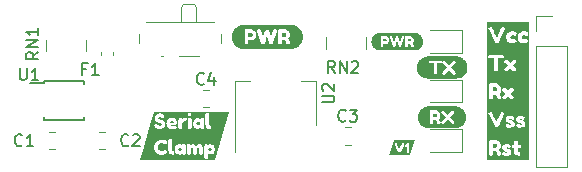
<source format=gbr>
%TF.GenerationSoftware,KiCad,Pcbnew,7.0.8*%
%TF.CreationDate,2024-02-13T10:47:56-06:00*%
%TF.ProjectId,SerialClamp,53657269-616c-4436-9c61-6d702e6b6963,rev?*%
%TF.SameCoordinates,Original*%
%TF.FileFunction,Legend,Top*%
%TF.FilePolarity,Positive*%
%FSLAX46Y46*%
G04 Gerber Fmt 4.6, Leading zero omitted, Abs format (unit mm)*
G04 Created by KiCad (PCBNEW 7.0.8) date 2024-02-13 10:47:56*
%MOMM*%
%LPD*%
G01*
G04 APERTURE LIST*
%ADD10C,0.150000*%
%ADD11C,0.120000*%
G04 APERTURE END LIST*
D10*
X153654819Y-96961904D02*
X154464342Y-96961904D01*
X154464342Y-96961904D02*
X154559580Y-96914285D01*
X154559580Y-96914285D02*
X154607200Y-96866666D01*
X154607200Y-96866666D02*
X154654819Y-96771428D01*
X154654819Y-96771428D02*
X154654819Y-96580952D01*
X154654819Y-96580952D02*
X154607200Y-96485714D01*
X154607200Y-96485714D02*
X154559580Y-96438095D01*
X154559580Y-96438095D02*
X154464342Y-96390476D01*
X154464342Y-96390476D02*
X153654819Y-96390476D01*
X153750057Y-95961904D02*
X153702438Y-95914285D01*
X153702438Y-95914285D02*
X153654819Y-95819047D01*
X153654819Y-95819047D02*
X153654819Y-95580952D01*
X153654819Y-95580952D02*
X153702438Y-95485714D01*
X153702438Y-95485714D02*
X153750057Y-95438095D01*
X153750057Y-95438095D02*
X153845295Y-95390476D01*
X153845295Y-95390476D02*
X153940533Y-95390476D01*
X153940533Y-95390476D02*
X154083390Y-95438095D01*
X154083390Y-95438095D02*
X154654819Y-96009523D01*
X154654819Y-96009523D02*
X154654819Y-95390476D01*
X128038095Y-94054819D02*
X128038095Y-94864342D01*
X128038095Y-94864342D02*
X128085714Y-94959580D01*
X128085714Y-94959580D02*
X128133333Y-95007200D01*
X128133333Y-95007200D02*
X128228571Y-95054819D01*
X128228571Y-95054819D02*
X128419047Y-95054819D01*
X128419047Y-95054819D02*
X128514285Y-95007200D01*
X128514285Y-95007200D02*
X128561904Y-94959580D01*
X128561904Y-94959580D02*
X128609523Y-94864342D01*
X128609523Y-94864342D02*
X128609523Y-94054819D01*
X129609523Y-95054819D02*
X129038095Y-95054819D01*
X129323809Y-95054819D02*
X129323809Y-94054819D01*
X129323809Y-94054819D02*
X129228571Y-94197676D01*
X129228571Y-94197676D02*
X129133333Y-94292914D01*
X129133333Y-94292914D02*
X129038095Y-94340533D01*
X154709523Y-94454819D02*
X154376190Y-93978628D01*
X154138095Y-94454819D02*
X154138095Y-93454819D01*
X154138095Y-93454819D02*
X154519047Y-93454819D01*
X154519047Y-93454819D02*
X154614285Y-93502438D01*
X154614285Y-93502438D02*
X154661904Y-93550057D01*
X154661904Y-93550057D02*
X154709523Y-93645295D01*
X154709523Y-93645295D02*
X154709523Y-93788152D01*
X154709523Y-93788152D02*
X154661904Y-93883390D01*
X154661904Y-93883390D02*
X154614285Y-93931009D01*
X154614285Y-93931009D02*
X154519047Y-93978628D01*
X154519047Y-93978628D02*
X154138095Y-93978628D01*
X155138095Y-94454819D02*
X155138095Y-93454819D01*
X155138095Y-93454819D02*
X155709523Y-94454819D01*
X155709523Y-94454819D02*
X155709523Y-93454819D01*
X156138095Y-93550057D02*
X156185714Y-93502438D01*
X156185714Y-93502438D02*
X156280952Y-93454819D01*
X156280952Y-93454819D02*
X156519047Y-93454819D01*
X156519047Y-93454819D02*
X156614285Y-93502438D01*
X156614285Y-93502438D02*
X156661904Y-93550057D01*
X156661904Y-93550057D02*
X156709523Y-93645295D01*
X156709523Y-93645295D02*
X156709523Y-93740533D01*
X156709523Y-93740533D02*
X156661904Y-93883390D01*
X156661904Y-93883390D02*
X156090476Y-94454819D01*
X156090476Y-94454819D02*
X156709523Y-94454819D01*
X129594819Y-92690476D02*
X129118628Y-93023809D01*
X129594819Y-93261904D02*
X128594819Y-93261904D01*
X128594819Y-93261904D02*
X128594819Y-92880952D01*
X128594819Y-92880952D02*
X128642438Y-92785714D01*
X128642438Y-92785714D02*
X128690057Y-92738095D01*
X128690057Y-92738095D02*
X128785295Y-92690476D01*
X128785295Y-92690476D02*
X128928152Y-92690476D01*
X128928152Y-92690476D02*
X129023390Y-92738095D01*
X129023390Y-92738095D02*
X129071009Y-92785714D01*
X129071009Y-92785714D02*
X129118628Y-92880952D01*
X129118628Y-92880952D02*
X129118628Y-93261904D01*
X129594819Y-92261904D02*
X128594819Y-92261904D01*
X128594819Y-92261904D02*
X129594819Y-91690476D01*
X129594819Y-91690476D02*
X128594819Y-91690476D01*
X129594819Y-90690476D02*
X129594819Y-91261904D01*
X129594819Y-90976190D02*
X128594819Y-90976190D01*
X128594819Y-90976190D02*
X128737676Y-91071428D01*
X128737676Y-91071428D02*
X128832914Y-91166666D01*
X128832914Y-91166666D02*
X128880533Y-91261904D01*
X133666666Y-94131009D02*
X133333333Y-94131009D01*
X133333333Y-94654819D02*
X133333333Y-93654819D01*
X133333333Y-93654819D02*
X133809523Y-93654819D01*
X134714285Y-94654819D02*
X134142857Y-94654819D01*
X134428571Y-94654819D02*
X134428571Y-93654819D01*
X134428571Y-93654819D02*
X134333333Y-93797676D01*
X134333333Y-93797676D02*
X134238095Y-93892914D01*
X134238095Y-93892914D02*
X134142857Y-93940533D01*
X143633333Y-95359580D02*
X143585714Y-95407200D01*
X143585714Y-95407200D02*
X143442857Y-95454819D01*
X143442857Y-95454819D02*
X143347619Y-95454819D01*
X143347619Y-95454819D02*
X143204762Y-95407200D01*
X143204762Y-95407200D02*
X143109524Y-95311961D01*
X143109524Y-95311961D02*
X143061905Y-95216723D01*
X143061905Y-95216723D02*
X143014286Y-95026247D01*
X143014286Y-95026247D02*
X143014286Y-94883390D01*
X143014286Y-94883390D02*
X143061905Y-94692914D01*
X143061905Y-94692914D02*
X143109524Y-94597676D01*
X143109524Y-94597676D02*
X143204762Y-94502438D01*
X143204762Y-94502438D02*
X143347619Y-94454819D01*
X143347619Y-94454819D02*
X143442857Y-94454819D01*
X143442857Y-94454819D02*
X143585714Y-94502438D01*
X143585714Y-94502438D02*
X143633333Y-94550057D01*
X144490476Y-94788152D02*
X144490476Y-95454819D01*
X144252381Y-94407200D02*
X144014286Y-95121485D01*
X144014286Y-95121485D02*
X144633333Y-95121485D01*
X155633333Y-98479580D02*
X155585714Y-98527200D01*
X155585714Y-98527200D02*
X155442857Y-98574819D01*
X155442857Y-98574819D02*
X155347619Y-98574819D01*
X155347619Y-98574819D02*
X155204762Y-98527200D01*
X155204762Y-98527200D02*
X155109524Y-98431961D01*
X155109524Y-98431961D02*
X155061905Y-98336723D01*
X155061905Y-98336723D02*
X155014286Y-98146247D01*
X155014286Y-98146247D02*
X155014286Y-98003390D01*
X155014286Y-98003390D02*
X155061905Y-97812914D01*
X155061905Y-97812914D02*
X155109524Y-97717676D01*
X155109524Y-97717676D02*
X155204762Y-97622438D01*
X155204762Y-97622438D02*
X155347619Y-97574819D01*
X155347619Y-97574819D02*
X155442857Y-97574819D01*
X155442857Y-97574819D02*
X155585714Y-97622438D01*
X155585714Y-97622438D02*
X155633333Y-97670057D01*
X155966667Y-97574819D02*
X156585714Y-97574819D01*
X156585714Y-97574819D02*
X156252381Y-97955771D01*
X156252381Y-97955771D02*
X156395238Y-97955771D01*
X156395238Y-97955771D02*
X156490476Y-98003390D01*
X156490476Y-98003390D02*
X156538095Y-98051009D01*
X156538095Y-98051009D02*
X156585714Y-98146247D01*
X156585714Y-98146247D02*
X156585714Y-98384342D01*
X156585714Y-98384342D02*
X156538095Y-98479580D01*
X156538095Y-98479580D02*
X156490476Y-98527200D01*
X156490476Y-98527200D02*
X156395238Y-98574819D01*
X156395238Y-98574819D02*
X156109524Y-98574819D01*
X156109524Y-98574819D02*
X156014286Y-98527200D01*
X156014286Y-98527200D02*
X155966667Y-98479580D01*
X137233333Y-100559580D02*
X137185714Y-100607200D01*
X137185714Y-100607200D02*
X137042857Y-100654819D01*
X137042857Y-100654819D02*
X136947619Y-100654819D01*
X136947619Y-100654819D02*
X136804762Y-100607200D01*
X136804762Y-100607200D02*
X136709524Y-100511961D01*
X136709524Y-100511961D02*
X136661905Y-100416723D01*
X136661905Y-100416723D02*
X136614286Y-100226247D01*
X136614286Y-100226247D02*
X136614286Y-100083390D01*
X136614286Y-100083390D02*
X136661905Y-99892914D01*
X136661905Y-99892914D02*
X136709524Y-99797676D01*
X136709524Y-99797676D02*
X136804762Y-99702438D01*
X136804762Y-99702438D02*
X136947619Y-99654819D01*
X136947619Y-99654819D02*
X137042857Y-99654819D01*
X137042857Y-99654819D02*
X137185714Y-99702438D01*
X137185714Y-99702438D02*
X137233333Y-99750057D01*
X137614286Y-99750057D02*
X137661905Y-99702438D01*
X137661905Y-99702438D02*
X137757143Y-99654819D01*
X137757143Y-99654819D02*
X137995238Y-99654819D01*
X137995238Y-99654819D02*
X138090476Y-99702438D01*
X138090476Y-99702438D02*
X138138095Y-99750057D01*
X138138095Y-99750057D02*
X138185714Y-99845295D01*
X138185714Y-99845295D02*
X138185714Y-99940533D01*
X138185714Y-99940533D02*
X138138095Y-100083390D01*
X138138095Y-100083390D02*
X137566667Y-100654819D01*
X137566667Y-100654819D02*
X138185714Y-100654819D01*
X128233333Y-100559580D02*
X128185714Y-100607200D01*
X128185714Y-100607200D02*
X128042857Y-100654819D01*
X128042857Y-100654819D02*
X127947619Y-100654819D01*
X127947619Y-100654819D02*
X127804762Y-100607200D01*
X127804762Y-100607200D02*
X127709524Y-100511961D01*
X127709524Y-100511961D02*
X127661905Y-100416723D01*
X127661905Y-100416723D02*
X127614286Y-100226247D01*
X127614286Y-100226247D02*
X127614286Y-100083390D01*
X127614286Y-100083390D02*
X127661905Y-99892914D01*
X127661905Y-99892914D02*
X127709524Y-99797676D01*
X127709524Y-99797676D02*
X127804762Y-99702438D01*
X127804762Y-99702438D02*
X127947619Y-99654819D01*
X127947619Y-99654819D02*
X128042857Y-99654819D01*
X128042857Y-99654819D02*
X128185714Y-99702438D01*
X128185714Y-99702438D02*
X128233333Y-99750057D01*
X129185714Y-100654819D02*
X128614286Y-100654819D01*
X128900000Y-100654819D02*
X128900000Y-99654819D01*
X128900000Y-99654819D02*
X128804762Y-99797676D01*
X128804762Y-99797676D02*
X128709524Y-99892914D01*
X128709524Y-99892914D02*
X128614286Y-99940533D01*
%TO.C,kibuzzard-65CB9C81*%
G36*
X161076936Y-101443229D02*
G01*
X161030634Y-101443229D01*
X160931733Y-101443229D01*
X160193863Y-101443229D01*
X159769366Y-101443229D01*
X159723064Y-101443229D01*
X159337126Y-101443229D01*
X159626607Y-100478293D01*
X159769366Y-100478293D01*
X159786034Y-100531633D01*
X160092739Y-101153933D01*
X160129966Y-101193383D01*
X160182751Y-101208384D01*
X160193863Y-101208384D01*
X160245536Y-101193383D01*
X160282763Y-101153933D01*
X160528675Y-100654982D01*
X160639474Y-100654982D01*
X160674479Y-100723879D01*
X160741709Y-100762773D01*
X160819497Y-100728324D01*
X160833943Y-100714989D01*
X160833943Y-101111706D01*
X160835610Y-101152266D01*
X160846167Y-101182826D01*
X160875893Y-101204495D01*
X160931733Y-101211718D01*
X160988962Y-101204217D01*
X161018411Y-101181714D01*
X161028967Y-101152266D01*
X161030634Y-101113928D01*
X161030634Y-100494962D01*
X161025078Y-100436066D01*
X161009521Y-100412174D01*
X160980628Y-100399394D01*
X160927844Y-100393838D01*
X160865058Y-100422731D01*
X160861724Y-100424953D01*
X160679479Y-100589418D01*
X160639474Y-100654982D01*
X160528675Y-100654982D01*
X160589468Y-100531633D01*
X160606137Y-100478293D01*
X160589746Y-100441066D01*
X160540573Y-100407173D01*
X160475009Y-100388282D01*
X160426114Y-100418286D01*
X160410557Y-100451623D01*
X160188307Y-100938351D01*
X160176222Y-100912653D01*
X160148857Y-100853340D01*
X160112742Y-100774858D01*
X160074404Y-100691653D01*
X160036205Y-100608448D01*
X160000506Y-100529966D01*
X159972585Y-100468848D01*
X159957722Y-100437733D01*
X159939387Y-100408284D01*
X159920496Y-100392727D01*
X159891047Y-100388282D01*
X159834929Y-100407173D01*
X159785757Y-100441066D01*
X159769366Y-100478293D01*
X159626607Y-100478293D01*
X159723064Y-100156771D01*
X159769366Y-100156771D01*
X161030634Y-100156771D01*
X161076936Y-100156771D01*
X161462874Y-100156771D01*
X161076936Y-101443229D01*
G37*
%TO.C,kibuzzard-65CB9B2E*%
G36*
X171172583Y-101871360D02*
G01*
X171093208Y-101871360D01*
X170265575Y-101871360D01*
X169225912Y-101871360D01*
X168582526Y-101871360D01*
X167706792Y-101871360D01*
X167627417Y-101871360D01*
X167627417Y-101296565D01*
X167751335Y-101296565D01*
X167762118Y-101390018D01*
X167809743Y-101439889D01*
X167909485Y-101456513D01*
X168002040Y-101444382D01*
X168049665Y-101407989D01*
X168066738Y-101360364D01*
X168069434Y-101298362D01*
X168069434Y-101095282D01*
X168295877Y-101095282D01*
X168351589Y-101091688D01*
X168421479Y-101257227D01*
X168468206Y-101365656D01*
X168491769Y-101416975D01*
X168525016Y-101452020D01*
X168582526Y-101469093D01*
X168675080Y-101443933D01*
X168758648Y-101391815D01*
X168786504Y-101328914D01*
X168779765Y-101305551D01*
X168858391Y-101305551D01*
X168892537Y-101373843D01*
X169000667Y-101429755D01*
X169111792Y-101463302D01*
X169225912Y-101474485D01*
X169384737Y-101460557D01*
X169514358Y-101418773D01*
X169612304Y-101320827D01*
X169638587Y-101248266D01*
X169647349Y-101161777D01*
X169638587Y-101076187D01*
X169612304Y-101006322D01*
X169525141Y-100919159D01*
X169411919Y-100874230D01*
X169295103Y-100850867D01*
X169203448Y-100825257D01*
X169172896Y-100780777D01*
X169278929Y-100741239D01*
X169405629Y-100768197D01*
X169485603Y-100795155D01*
X169566476Y-100732254D01*
X169581219Y-100692716D01*
X169719235Y-100692716D01*
X169745294Y-100796952D01*
X169810891Y-100827504D01*
X169884575Y-100822112D01*
X169884575Y-101088093D01*
X169895358Y-101209302D01*
X169927707Y-101304552D01*
X169981622Y-101373843D01*
X170101134Y-101437193D01*
X170265575Y-101458310D01*
X170325780Y-101455614D01*
X170373405Y-101440339D01*
X170411146Y-101393163D01*
X170423726Y-101301956D01*
X170382391Y-101181546D01*
X170334766Y-101164473D01*
X170270068Y-101161777D01*
X170212559Y-101140211D01*
X170197283Y-101070122D01*
X170197283Y-100822112D01*
X170314099Y-100829301D01*
X170376101Y-100826605D01*
X170423726Y-100811329D01*
X170460119Y-100764153D01*
X170472250Y-100672947D01*
X170460568Y-100580842D01*
X170425523Y-100534565D01*
X170416632Y-100531378D01*
X170377898Y-100517492D01*
X170316794Y-100514796D01*
X170197283Y-100521985D01*
X170197283Y-100345862D01*
X170188297Y-100254206D01*
X170140223Y-100204335D01*
X170042726Y-100187711D01*
X169950621Y-100198943D01*
X169904344Y-100232640D01*
X169887271Y-100275773D01*
X169884575Y-100336876D01*
X169884575Y-100521985D01*
X169825269Y-100514796D01*
X169753382Y-100538159D01*
X169728221Y-100585784D01*
X169719235Y-100692716D01*
X169581219Y-100692716D01*
X169606014Y-100626221D01*
X169543113Y-100554334D01*
X169525201Y-100548162D01*
X169410122Y-100508506D01*
X169280726Y-100493230D01*
X169140331Y-100504588D01*
X169031135Y-100538663D01*
X168953138Y-100595453D01*
X168906340Y-100674960D01*
X168890740Y-100777183D01*
X168899277Y-100865918D01*
X168924886Y-100941624D01*
X169011151Y-101043164D01*
X169123024Y-101098427D01*
X169235797Y-101127631D01*
X169356207Y-101177952D01*
X169246580Y-101221084D01*
X169109995Y-101177053D01*
X168990483Y-101133023D01*
X168926684Y-101163574D01*
X168875464Y-101246693D01*
X168858391Y-101305551D01*
X168779765Y-101305551D01*
X168759547Y-101235461D01*
X168687660Y-101071469D01*
X168637339Y-100953306D01*
X168712221Y-100857856D01*
X168757151Y-100746431D01*
X168772127Y-100619032D01*
X168760445Y-100507607D01*
X168725401Y-100406966D01*
X168672384Y-100321600D01*
X168606787Y-100256004D01*
X168506346Y-100192104D01*
X168403907Y-100153765D01*
X168403165Y-100153674D01*
X168299471Y-100140985D01*
X167911283Y-100140985D01*
X167818728Y-100153116D01*
X167771103Y-100189508D01*
X167754030Y-100237133D01*
X167751335Y-100299136D01*
X167751335Y-101296565D01*
X167627417Y-101296565D01*
X167627417Y-97877548D01*
X167706792Y-97877548D01*
X167734137Y-97965051D01*
X168237276Y-98985912D01*
X168298345Y-99050627D01*
X168384936Y-99075237D01*
X168403165Y-99075237D01*
X168487933Y-99050627D01*
X168549003Y-98985912D01*
X168580449Y-98922108D01*
X169152405Y-98922108D01*
X169187041Y-98991381D01*
X169296723Y-99048095D01*
X169409443Y-99082124D01*
X169525201Y-99093467D01*
X169686306Y-99079339D01*
X169817787Y-99036955D01*
X169917139Y-98937603D01*
X169922752Y-98922108D01*
X170043835Y-98922108D01*
X170078472Y-98991381D01*
X170188153Y-99048095D01*
X170300874Y-99082124D01*
X170416632Y-99093467D01*
X170577737Y-99079339D01*
X170709218Y-99036955D01*
X170808570Y-98937603D01*
X170835231Y-98864001D01*
X170844118Y-98776271D01*
X170835231Y-98689452D01*
X170808570Y-98618584D01*
X170720156Y-98530170D01*
X170605309Y-98484596D01*
X170486816Y-98460898D01*
X170393845Y-98434920D01*
X170362854Y-98389802D01*
X170470409Y-98349697D01*
X170598929Y-98377041D01*
X170680051Y-98404386D01*
X170762084Y-98340582D01*
X170802189Y-98233027D01*
X170738386Y-98160108D01*
X170721733Y-98154370D01*
X170603486Y-98113622D01*
X170472232Y-98098127D01*
X170329822Y-98109648D01*
X170219059Y-98144212D01*
X170139942Y-98201818D01*
X170092472Y-98282466D01*
X170076649Y-98386156D01*
X170085308Y-98476165D01*
X170111285Y-98552957D01*
X170198787Y-98655955D01*
X170312267Y-98712011D01*
X170426658Y-98741634D01*
X170548797Y-98792677D01*
X170437596Y-98836429D01*
X170299051Y-98791766D01*
X170177823Y-98747103D01*
X170113108Y-98778094D01*
X170061153Y-98862406D01*
X170043835Y-98922108D01*
X169922752Y-98922108D01*
X169943800Y-98864001D01*
X169952687Y-98776271D01*
X169943800Y-98689452D01*
X169917139Y-98618584D01*
X169828725Y-98530170D01*
X169713878Y-98484596D01*
X169595386Y-98460898D01*
X169502414Y-98434920D01*
X169471424Y-98389802D01*
X169578979Y-98349697D01*
X169707498Y-98377041D01*
X169788620Y-98404386D01*
X169870653Y-98340582D01*
X169910759Y-98233027D01*
X169905389Y-98226889D01*
X169846955Y-98160108D01*
X169712055Y-98113622D01*
X169688021Y-98110785D01*
X169580802Y-98098127D01*
X169438392Y-98109648D01*
X169327628Y-98144212D01*
X169248511Y-98201818D01*
X169201041Y-98282466D01*
X169185218Y-98386156D01*
X169193877Y-98476165D01*
X169219854Y-98552957D01*
X169307357Y-98655955D01*
X169420837Y-98712011D01*
X169535228Y-98741634D01*
X169657366Y-98792677D01*
X169546165Y-98836429D01*
X169407620Y-98791766D01*
X169286393Y-98747103D01*
X169221677Y-98778094D01*
X169169723Y-98862406D01*
X169152405Y-98922108D01*
X168580449Y-98922108D01*
X169052142Y-97965051D01*
X169079486Y-97877548D01*
X169052597Y-97816479D01*
X168971931Y-97760878D01*
X168864376Y-97729888D01*
X168784165Y-97779108D01*
X168758644Y-97833797D01*
X168608829Y-98161892D01*
X168394051Y-98632256D01*
X168329335Y-98492799D01*
X168270089Y-98364052D01*
X168207197Y-98227558D01*
X168144532Y-98091063D01*
X168085969Y-97962316D01*
X168040167Y-97862053D01*
X168015785Y-97811010D01*
X167985706Y-97762701D01*
X167954716Y-97737180D01*
X167906407Y-97729888D01*
X167814347Y-97760878D01*
X167733681Y-97816479D01*
X167706792Y-97877548D01*
X167627417Y-97877548D01*
X167627417Y-96529354D01*
X167753428Y-96529354D01*
X167764525Y-96625529D01*
X167813538Y-96676853D01*
X167916186Y-96693961D01*
X168011436Y-96681476D01*
X168060448Y-96644024D01*
X168078018Y-96595012D01*
X168080792Y-96531203D01*
X168080792Y-96322208D01*
X168313831Y-96322208D01*
X168371166Y-96318509D01*
X168443092Y-96488870D01*
X168491179Y-96600457D01*
X168515428Y-96653271D01*
X168549644Y-96689337D01*
X168608829Y-96706907D01*
X168704079Y-96681014D01*
X168790081Y-96627378D01*
X168818749Y-96562645D01*
X168808879Y-96528429D01*
X168874234Y-96528429D01*
X168941741Y-96641250D01*
X169054562Y-96706907D01*
X169166457Y-96640325D01*
X169371754Y-96435029D01*
X169575200Y-96640325D01*
X169688021Y-96706907D01*
X169800841Y-96641250D01*
X169867423Y-96528429D01*
X169800841Y-96414684D01*
X169595545Y-96207538D01*
X169800841Y-96000393D01*
X169867423Y-95886648D01*
X169800841Y-95772902D01*
X169688021Y-95706320D01*
X169575200Y-95772902D01*
X169371754Y-95980048D01*
X169166457Y-95772902D01*
X169054562Y-95706320D01*
X168941741Y-95772902D01*
X168874234Y-95886648D01*
X168940817Y-96000393D01*
X169146113Y-96207538D01*
X168940817Y-96414684D01*
X168874234Y-96528429D01*
X168808879Y-96528429D01*
X168791006Y-96466470D01*
X168717025Y-96297702D01*
X168665239Y-96176097D01*
X168742302Y-96077867D01*
X168788540Y-95963197D01*
X168803953Y-95832087D01*
X168791931Y-95717417D01*
X168755865Y-95613844D01*
X168701305Y-95525992D01*
X168633797Y-95458485D01*
X168530430Y-95392724D01*
X168425008Y-95353268D01*
X168364497Y-95345863D01*
X168317530Y-95340116D01*
X167918035Y-95340116D01*
X167822785Y-95352600D01*
X167773773Y-95390053D01*
X167756203Y-95439065D01*
X167753428Y-95502873D01*
X167753428Y-96529354D01*
X167627417Y-96529354D01*
X167627417Y-93072087D01*
X167707600Y-93072087D01*
X167716985Y-93150915D01*
X167754522Y-93195021D01*
X167842733Y-93209097D01*
X168203088Y-93209097D01*
X168203088Y-94151275D01*
X168205903Y-94216026D01*
X168222795Y-94264824D01*
X168271593Y-94303299D01*
X168364497Y-94314560D01*
X168458339Y-94303299D01*
X168508076Y-94264824D01*
X168524967Y-94216964D01*
X168527783Y-94153151D01*
X168527783Y-94144706D01*
X169079576Y-94144706D01*
X169148081Y-94259193D01*
X169262568Y-94325821D01*
X169376118Y-94258255D01*
X169584448Y-94049925D01*
X169790901Y-94258255D01*
X169905389Y-94325821D01*
X170019876Y-94259193D01*
X170087443Y-94144706D01*
X170019876Y-94029279D01*
X169811546Y-93819073D01*
X170019876Y-93608866D01*
X170087443Y-93493440D01*
X170019876Y-93378013D01*
X169905389Y-93310447D01*
X169790901Y-93378013D01*
X169736848Y-93433049D01*
X169584448Y-93588220D01*
X169376118Y-93378013D01*
X169262568Y-93310447D01*
X169148081Y-93378013D01*
X169079576Y-93493440D01*
X169147142Y-93608866D01*
X169355472Y-93819073D01*
X169147142Y-94029279D01*
X169079576Y-94144706D01*
X168527783Y-94144706D01*
X168527783Y-93209097D01*
X168886261Y-93209097D01*
X168981980Y-93192206D01*
X169013886Y-93151853D01*
X169023270Y-93073964D01*
X169013886Y-92995137D01*
X168976349Y-92951031D01*
X168888137Y-92936954D01*
X168435733Y-92936954D01*
X167844610Y-92936954D01*
X167748891Y-92953846D01*
X167716985Y-92994198D01*
X167707600Y-93072087D01*
X167627417Y-93072087D01*
X167627417Y-90679820D01*
X167708023Y-90679820D01*
X167736598Y-90771260D01*
X168262378Y-91838060D01*
X168326195Y-91905688D01*
X168416683Y-91931405D01*
X168435733Y-91931405D01*
X168524315Y-91905688D01*
X168588133Y-91838060D01*
X168790464Y-91427533D01*
X169218688Y-91427533D01*
X169231070Y-91545166D01*
X169268218Y-91652323D01*
X169324892Y-91744001D01*
X169395853Y-91815200D01*
X169506554Y-91886109D01*
X169620219Y-91928654D01*
X169736848Y-91942835D01*
X169882580Y-91923785D01*
X170003548Y-91866635D01*
X170082129Y-91801389D01*
X170108323Y-91731380D01*
X170064508Y-91632320D01*
X169988784Y-91556596D01*
X169925443Y-91531355D01*
X169840670Y-91566598D01*
X169728275Y-91601840D01*
X169614928Y-91557073D01*
X169561588Y-91431343D01*
X169563249Y-91427533D01*
X170203573Y-91427533D01*
X170215955Y-91545166D01*
X170253103Y-91652323D01*
X170309777Y-91744001D01*
X170380738Y-91815200D01*
X170491439Y-91886109D01*
X170605104Y-91928654D01*
X170721733Y-91942835D01*
X170867465Y-91923785D01*
X170988433Y-91866635D01*
X171067014Y-91801389D01*
X171093208Y-91731380D01*
X171049393Y-91632320D01*
X170973669Y-91556596D01*
X170910328Y-91531355D01*
X170825555Y-91566598D01*
X170713160Y-91601840D01*
X170599813Y-91557073D01*
X170546473Y-91431343D01*
X170601718Y-91304660D01*
X170720780Y-91258940D01*
X170818888Y-91291325D01*
X170921758Y-91333235D01*
X170986052Y-91307041D01*
X171053203Y-91228460D01*
X171093208Y-91118923D01*
X171043678Y-91032245D01*
X170990338Y-90996050D01*
X170959858Y-90977000D01*
X170858893Y-90937948D01*
X170717923Y-90917945D01*
X170600871Y-90931915D01*
X170488476Y-90973825D01*
X170380738Y-91043675D01*
X170309777Y-91114398D01*
X170253103Y-91204648D01*
X170215955Y-91310375D01*
X170203573Y-91427533D01*
X169563249Y-91427533D01*
X169616833Y-91304660D01*
X169735895Y-91258940D01*
X169834003Y-91291325D01*
X169936873Y-91333235D01*
X170001167Y-91307041D01*
X170068318Y-91228460D01*
X170108323Y-91118923D01*
X170058793Y-91032245D01*
X170005453Y-90996050D01*
X169974973Y-90977000D01*
X169874008Y-90937948D01*
X169733038Y-90917945D01*
X169615986Y-90931915D01*
X169503591Y-90973825D01*
X169395853Y-91043675D01*
X169324892Y-91114398D01*
X169268218Y-91204648D01*
X169231070Y-91310375D01*
X169218688Y-91427533D01*
X168790464Y-91427533D01*
X169113913Y-90771260D01*
X169142488Y-90679820D01*
X169114389Y-90616003D01*
X169030093Y-90557900D01*
X168917698Y-90525515D01*
X168833878Y-90576950D01*
X168807208Y-90634100D01*
X168426208Y-91468490D01*
X168405491Y-91424437D01*
X168358580Y-91322758D01*
X168296668Y-91188217D01*
X168230945Y-91045580D01*
X168165461Y-90902943D01*
X168104263Y-90768403D01*
X168056400Y-90663628D01*
X168030920Y-90610288D01*
X167999488Y-90559805D01*
X167967103Y-90533135D01*
X167916620Y-90525515D01*
X167820418Y-90557900D01*
X167736122Y-90616003D01*
X167708023Y-90679820D01*
X167627417Y-90679820D01*
X167627417Y-90128640D01*
X167706792Y-90128640D01*
X171093208Y-90128640D01*
X171172583Y-90128640D01*
X171172583Y-101871360D01*
G37*
G36*
X168424802Y-95709094D02*
G01*
X168478438Y-95832087D01*
X168424802Y-95954155D01*
X168317530Y-95994844D01*
X168080792Y-95994844D01*
X168080792Y-95667480D01*
X168313831Y-95667480D01*
X168424802Y-95709094D01*
G37*
G36*
X168403707Y-100499520D02*
G01*
X168455825Y-100619032D01*
X168403707Y-100737645D01*
X168299471Y-100777183D01*
X168069434Y-100777183D01*
X168069434Y-100459084D01*
X168295877Y-100459084D01*
X168403707Y-100499520D01*
G37*
%TO.C,kibuzzard-65CB9B05*%
G36*
X165003216Y-97268938D02*
G01*
X165094035Y-97282410D01*
X165183095Y-97304719D01*
X165269540Y-97335649D01*
X165352538Y-97374904D01*
X165431288Y-97422105D01*
X165505032Y-97476797D01*
X165573060Y-97538454D01*
X165634717Y-97606483D01*
X165689410Y-97680227D01*
X165736611Y-97758977D01*
X165775865Y-97841974D01*
X165806796Y-97928419D01*
X165829105Y-98017480D01*
X165842576Y-98108298D01*
X165847081Y-98200000D01*
X165842576Y-98291702D01*
X165829105Y-98382520D01*
X165806796Y-98471581D01*
X165775865Y-98558026D01*
X165736611Y-98641023D01*
X165689410Y-98719773D01*
X165634717Y-98793517D01*
X165573060Y-98861546D01*
X165505032Y-98923203D01*
X165431288Y-98977895D01*
X165352538Y-99025096D01*
X165269540Y-99064351D01*
X165183095Y-99095281D01*
X165094035Y-99117590D01*
X165003216Y-99131062D01*
X164911515Y-99135567D01*
X164845369Y-99135567D01*
X164681063Y-99135567D01*
X163488850Y-99135567D01*
X162754631Y-99135567D01*
X162688485Y-99135567D01*
X162596784Y-99131062D01*
X162505965Y-99117590D01*
X162416905Y-99095281D01*
X162330460Y-99064351D01*
X162247462Y-99025096D01*
X162168712Y-98977895D01*
X162094968Y-98923203D01*
X162026940Y-98861546D01*
X161965283Y-98793517D01*
X161910590Y-98719773D01*
X161866424Y-98646087D01*
X162754631Y-98646087D01*
X162764156Y-98728638D01*
X162806225Y-98772691D01*
X162894331Y-98787375D01*
X162976088Y-98776659D01*
X163018156Y-98744513D01*
X163033238Y-98702444D01*
X163035619Y-98647675D01*
X163035619Y-98468288D01*
X163235644Y-98468288D01*
X163284856Y-98465113D01*
X163346592Y-98611339D01*
X163387867Y-98707118D01*
X163408681Y-98752450D01*
X163438050Y-98783406D01*
X163488850Y-98798487D01*
X163570606Y-98776263D01*
X163644425Y-98730225D01*
X163669031Y-98674662D01*
X163662620Y-98652438D01*
X163716656Y-98652438D01*
X163779363Y-98748481D01*
X163882550Y-98804837D01*
X163980181Y-98741338D01*
X164281806Y-98395263D01*
X164583431Y-98741338D01*
X164681063Y-98804837D01*
X164784250Y-98749275D01*
X164845369Y-98652438D01*
X164791394Y-98550837D01*
X164472306Y-98200000D01*
X164791394Y-97849162D01*
X164845369Y-97749150D01*
X164783456Y-97650725D01*
X164681063Y-97595162D01*
X164583431Y-97658662D01*
X164281806Y-98004737D01*
X163980181Y-97658662D01*
X163882550Y-97595162D01*
X163778569Y-97651519D01*
X163716656Y-97749150D01*
X163772219Y-97849162D01*
X164091306Y-98200000D01*
X163772219Y-98550837D01*
X163716656Y-98652438D01*
X163662620Y-98652438D01*
X163645219Y-98592113D01*
X163600769Y-98491042D01*
X163564785Y-98407962D01*
X163537269Y-98342875D01*
X163603415Y-98258561D01*
X163643102Y-98160136D01*
X163656331Y-98047600D01*
X163646013Y-97949175D01*
X163615056Y-97860275D01*
X163568225Y-97784869D01*
X163510281Y-97726925D01*
X163421558Y-97670481D01*
X163331070Y-97636614D01*
X163238819Y-97625325D01*
X162895919Y-97625325D01*
X162814163Y-97636041D01*
X162772094Y-97668188D01*
X162757013Y-97710256D01*
X162754631Y-97765025D01*
X162754631Y-98646087D01*
X161866424Y-98646087D01*
X161863389Y-98641023D01*
X161824135Y-98558026D01*
X161793204Y-98471581D01*
X161770895Y-98382520D01*
X161757424Y-98291702D01*
X161752919Y-98200000D01*
X161757424Y-98108298D01*
X161770895Y-98017480D01*
X161793204Y-97928419D01*
X161824135Y-97841974D01*
X161863389Y-97758977D01*
X161910590Y-97680227D01*
X161965283Y-97606483D01*
X162026940Y-97538454D01*
X162094968Y-97476797D01*
X162168712Y-97422105D01*
X162247462Y-97374904D01*
X162330460Y-97335649D01*
X162416905Y-97304719D01*
X162505965Y-97282410D01*
X162596784Y-97268938D01*
X162688485Y-97264433D01*
X162754631Y-97264433D01*
X164845369Y-97264433D01*
X164911515Y-97264433D01*
X165003216Y-97268938D01*
G37*
G36*
X163330894Y-97942031D02*
G01*
X163376931Y-98047600D01*
X163330894Y-98152375D01*
X163238819Y-98187300D01*
X163035619Y-98187300D01*
X163035619Y-97906312D01*
X163235644Y-97906312D01*
X163330894Y-97942031D01*
G37*
%TO.C,kibuzzard-65CB9AFE*%
G36*
X165102435Y-93068938D02*
G01*
X165193253Y-93082410D01*
X165282314Y-93104719D01*
X165368759Y-93135649D01*
X165451756Y-93174904D01*
X165530506Y-93222105D01*
X165604251Y-93276797D01*
X165672279Y-93338454D01*
X165733936Y-93406483D01*
X165788629Y-93480227D01*
X165835829Y-93558977D01*
X165875084Y-93641974D01*
X165906015Y-93728419D01*
X165928323Y-93817480D01*
X165941795Y-93908298D01*
X165946300Y-94000000D01*
X165941795Y-94091702D01*
X165928323Y-94182520D01*
X165906015Y-94271581D01*
X165875084Y-94358026D01*
X165835829Y-94441023D01*
X165788629Y-94519773D01*
X165733936Y-94593517D01*
X165672279Y-94661546D01*
X165604251Y-94723203D01*
X165530506Y-94777895D01*
X165451756Y-94825096D01*
X165368759Y-94864351D01*
X165282314Y-94895281D01*
X165193253Y-94917590D01*
X165102435Y-94931062D01*
X165010733Y-94935567D01*
X164944588Y-94935567D01*
X164780281Y-94935567D01*
X163211038Y-94935567D01*
X162655413Y-94935567D01*
X162589267Y-94935567D01*
X162497565Y-94931062D01*
X162406747Y-94917590D01*
X162317686Y-94895281D01*
X162231241Y-94864351D01*
X162148244Y-94825096D01*
X162069494Y-94777895D01*
X161995749Y-94723203D01*
X161927721Y-94661546D01*
X161866064Y-94593517D01*
X161811371Y-94519773D01*
X161764171Y-94441023D01*
X161724916Y-94358026D01*
X161693985Y-94271581D01*
X161671677Y-94182520D01*
X161658205Y-94091702D01*
X161653700Y-94000000D01*
X161658205Y-93908298D01*
X161671677Y-93817480D01*
X161693985Y-93728419D01*
X161724916Y-93641974D01*
X161764171Y-93558977D01*
X161776722Y-93538037D01*
X162655413Y-93538037D01*
X162663350Y-93604712D01*
X162695100Y-93642019D01*
X162769713Y-93653925D01*
X163074513Y-93653925D01*
X163074513Y-94450850D01*
X163076894Y-94505619D01*
X163091181Y-94546894D01*
X163132456Y-94579438D01*
X163211038Y-94588963D01*
X163290413Y-94579438D01*
X163332481Y-94546894D01*
X163346769Y-94506412D01*
X163349150Y-94452438D01*
X163815875Y-94452438D01*
X163878581Y-94548481D01*
X163981769Y-94604837D01*
X164079400Y-94541338D01*
X164381025Y-94195263D01*
X164682650Y-94541338D01*
X164780281Y-94604837D01*
X164883469Y-94549275D01*
X164944588Y-94452438D01*
X164890613Y-94350837D01*
X164571525Y-94000000D01*
X164890613Y-93649162D01*
X164944588Y-93549150D01*
X164882675Y-93450725D01*
X164780281Y-93395162D01*
X164682650Y-93458662D01*
X164381025Y-93804737D01*
X164079400Y-93458662D01*
X163981769Y-93395162D01*
X163877788Y-93451519D01*
X163815875Y-93549150D01*
X163871438Y-93649162D01*
X164190525Y-94000000D01*
X163871438Y-94350837D01*
X163815875Y-94452438D01*
X163349150Y-94452438D01*
X163349150Y-93653925D01*
X163652363Y-93653925D01*
X163733325Y-93639637D01*
X163760313Y-93605506D01*
X163768250Y-93539625D01*
X163760313Y-93472950D01*
X163728563Y-93435644D01*
X163653950Y-93423737D01*
X162771300Y-93423737D01*
X162690338Y-93438025D01*
X162663350Y-93472156D01*
X162655413Y-93538037D01*
X161776722Y-93538037D01*
X161811371Y-93480227D01*
X161866064Y-93406483D01*
X161927721Y-93338454D01*
X161995749Y-93276797D01*
X162069494Y-93222105D01*
X162148244Y-93174904D01*
X162231241Y-93135649D01*
X162317686Y-93104719D01*
X162406747Y-93082410D01*
X162497565Y-93068938D01*
X162589267Y-93064433D01*
X162655413Y-93064433D01*
X164944588Y-93064433D01*
X165010733Y-93064433D01*
X165102435Y-93068938D01*
G37*
%TO.C,kibuzzard-65CB9ADE*%
G36*
X161526665Y-91065894D02*
G01*
X161598272Y-91076516D01*
X161668493Y-91094105D01*
X161736651Y-91118493D01*
X161802091Y-91149443D01*
X161864183Y-91186660D01*
X161922327Y-91229782D01*
X161975965Y-91278397D01*
X162024579Y-91332035D01*
X162067702Y-91390179D01*
X162104918Y-91452270D01*
X162135869Y-91517710D01*
X162160257Y-91585869D01*
X162177846Y-91656090D01*
X162188468Y-91727697D01*
X162192020Y-91800000D01*
X162188468Y-91872303D01*
X162177846Y-91943910D01*
X162160257Y-92014131D01*
X162135869Y-92082290D01*
X162104918Y-92147730D01*
X162067702Y-92209821D01*
X162024579Y-92267965D01*
X161975965Y-92321603D01*
X161922327Y-92370218D01*
X161864183Y-92413340D01*
X161802091Y-92450557D01*
X161736651Y-92481507D01*
X161668493Y-92505895D01*
X161598272Y-92523484D01*
X161526665Y-92534106D01*
X161454362Y-92537658D01*
X161401445Y-92537658D01*
X161257300Y-92537658D01*
X160233680Y-92537658D01*
X158710315Y-92537658D01*
X158598555Y-92537658D01*
X158545638Y-92537658D01*
X158473335Y-92534106D01*
X158401728Y-92523484D01*
X158331507Y-92505895D01*
X158263349Y-92481507D01*
X158197909Y-92450557D01*
X158135817Y-92413340D01*
X158077673Y-92370218D01*
X158024035Y-92321603D01*
X157975421Y-92267965D01*
X157932298Y-92209821D01*
X157897135Y-92151155D01*
X158598555Y-92151155D01*
X158606175Y-92217195D01*
X158639830Y-92252437D01*
X158710315Y-92264185D01*
X158775720Y-92255613D01*
X158809375Y-92229895D01*
X158821440Y-92196240D01*
X158823345Y-92152425D01*
X158823345Y-92008915D01*
X158982095Y-92008915D01*
X159056602Y-91999884D01*
X159129415Y-91972791D01*
X159200535Y-91927635D01*
X159247843Y-91881439D01*
X159285625Y-91821590D01*
X159310390Y-91750946D01*
X159318645Y-91672365D01*
X159310390Y-91593625D01*
X159285625Y-91522505D01*
X159247843Y-91462180D01*
X159205719Y-91420905D01*
X159369445Y-91420905D01*
X159383415Y-91483135D01*
X159628525Y-92187985D01*
X159637415Y-92207035D01*
X159672340Y-92245135D01*
X159739015Y-92264185D01*
X159808865Y-92234975D01*
X159829185Y-92209575D01*
X159840615Y-92187985D01*
X159847168Y-92168579D01*
X159864796Y-92116459D01*
X159893498Y-92031623D01*
X159933274Y-91914071D01*
X159984125Y-91763805D01*
X160132715Y-92201955D01*
X160168910Y-92243230D01*
X160233680Y-92264185D01*
X160298450Y-92243230D01*
X160332105Y-92209575D01*
X160340995Y-92187985D01*
X160353736Y-92151155D01*
X160669925Y-92151155D01*
X160677545Y-92217195D01*
X160711200Y-92252437D01*
X160781685Y-92264185D01*
X160847090Y-92255613D01*
X160880745Y-92229895D01*
X160892810Y-92196240D01*
X160894715Y-92152425D01*
X160894715Y-92008915D01*
X161054735Y-92008915D01*
X161094105Y-92006375D01*
X161143494Y-92123356D01*
X161176514Y-92199979D01*
X161193165Y-92236245D01*
X161216660Y-92261010D01*
X161257300Y-92273075D01*
X161322705Y-92255295D01*
X161381760Y-92218465D01*
X161401445Y-92174015D01*
X161382395Y-92107975D01*
X161346835Y-92027118D01*
X161318048Y-91960655D01*
X161296035Y-91908585D01*
X161348952Y-91841134D01*
X161380702Y-91762394D01*
X161391285Y-91672365D01*
X161383030Y-91593625D01*
X161358265Y-91522505D01*
X161320800Y-91462180D01*
X161274445Y-91415825D01*
X161203466Y-91370669D01*
X161131076Y-91343576D01*
X161057275Y-91334545D01*
X160782955Y-91334545D01*
X160717550Y-91343118D01*
X160683895Y-91368835D01*
X160671830Y-91402490D01*
X160669925Y-91446305D01*
X160669925Y-92151155D01*
X160353736Y-92151155D01*
X160584835Y-91483135D01*
X160600075Y-91420905D01*
X160578803Y-91375185D01*
X160514985Y-91339625D01*
X160455295Y-91326925D01*
X160412750Y-91340260D01*
X160389255Y-91367565D01*
X160372745Y-91410745D01*
X160233045Y-91837465D01*
X160086995Y-91396775D01*
X160051435Y-91355500D01*
X159991110Y-91334545D01*
X159938405Y-91343435D01*
X159898718Y-91372010D01*
X159873635Y-91417095D01*
X159735205Y-91834925D01*
X159595505Y-91410745D01*
X159566930Y-91348515D01*
X159521210Y-91328195D01*
X159454535Y-91340895D01*
X159390718Y-91375502D01*
X159369445Y-91420905D01*
X159205719Y-91420905D01*
X159200535Y-91415825D01*
X159129556Y-91370669D01*
X159057166Y-91343576D01*
X158983365Y-91334545D01*
X158711585Y-91334545D01*
X158646180Y-91343118D01*
X158612525Y-91368835D01*
X158600460Y-91402490D01*
X158598555Y-91446305D01*
X158598555Y-92151155D01*
X157897135Y-92151155D01*
X157895082Y-92147730D01*
X157864131Y-92082290D01*
X157839743Y-92014131D01*
X157822154Y-91943910D01*
X157811532Y-91872303D01*
X157807980Y-91800000D01*
X157811532Y-91727697D01*
X157822154Y-91656090D01*
X157839743Y-91585869D01*
X157864131Y-91517710D01*
X157895082Y-91452270D01*
X157932298Y-91390179D01*
X157975421Y-91332035D01*
X158024035Y-91278397D01*
X158077673Y-91229782D01*
X158135817Y-91186660D01*
X158197909Y-91149443D01*
X158263349Y-91118493D01*
X158331507Y-91094105D01*
X158401728Y-91076516D01*
X158473335Y-91065894D01*
X158545638Y-91062342D01*
X158598555Y-91062342D01*
X161401445Y-91062342D01*
X161454362Y-91062342D01*
X161526665Y-91065894D01*
G37*
G36*
X161130935Y-91587910D02*
G01*
X161167765Y-91672365D01*
X161130935Y-91756185D01*
X161057275Y-91784125D01*
X160894715Y-91784125D01*
X160894715Y-91559335D01*
X161054735Y-91559335D01*
X161130935Y-91587910D01*
G37*
G36*
X159058295Y-91587910D02*
G01*
X159095125Y-91672365D01*
X159058295Y-91756185D01*
X158983365Y-91784125D01*
X158823345Y-91784125D01*
X158823345Y-91559335D01*
X158982095Y-91559335D01*
X159058295Y-91587910D01*
G37*
%TO.C,kibuzzard-65CB9418*%
G36*
X144567907Y-101836969D02*
G01*
X144567762Y-101836969D01*
X143826251Y-101836969D01*
X143389258Y-101836969D01*
X141941505Y-101836969D01*
X140984078Y-101836969D01*
X140090308Y-101836969D01*
X139432238Y-101836969D01*
X139432093Y-101836969D01*
X138209911Y-101836969D01*
X138275610Y-101617971D01*
X143678292Y-101617971D01*
X143680873Y-101676466D01*
X143696357Y-101719477D01*
X143741089Y-101753886D01*
X143826251Y-101764209D01*
X143910552Y-101753886D01*
X143954424Y-101718617D01*
X143969908Y-101674746D01*
X143972488Y-101616251D01*
X143972488Y-101268721D01*
X144055500Y-101328076D01*
X144177221Y-101347861D01*
X144269456Y-101333142D01*
X144358059Y-101288984D01*
X144443030Y-101215387D01*
X144512325Y-101122292D01*
X144553903Y-101019639D01*
X144567762Y-100907428D01*
X144553807Y-100795217D01*
X144511943Y-100692564D01*
X144442169Y-100599469D01*
X144356816Y-100525872D01*
X144268213Y-100481714D01*
X144176361Y-100466994D01*
X144125057Y-100476438D01*
X144054855Y-100489360D01*
X143970768Y-100556457D01*
X143933778Y-100488500D01*
X143810767Y-100465274D01*
X143695497Y-100511726D01*
X143680873Y-100554737D01*
X143678292Y-100613232D01*
X143678292Y-101617971D01*
X138275610Y-101617971D01*
X138540387Y-100735384D01*
X139432238Y-100735384D01*
X139443636Y-100864632D01*
X139477830Y-100983988D01*
X139529658Y-101088074D01*
X139593960Y-101171516D01*
X139669014Y-101239043D01*
X139753101Y-101295388D01*
X139840413Y-101338829D01*
X139925145Y-101367646D01*
X140008157Y-101383776D01*
X140090308Y-101389152D01*
X140173534Y-101382270D01*
X140259772Y-101361625D01*
X140375901Y-101316893D01*
X140435257Y-101280764D01*
X140489451Y-101237753D01*
X140512677Y-101177537D01*
X140474827Y-101081193D01*
X140415042Y-101008934D01*
X140626226Y-101008934D01*
X140638269Y-101168075D01*
X140674398Y-101277323D01*
X140737195Y-101334528D01*
X140846443Y-101365066D01*
X140984078Y-101372808D01*
X141059778Y-101354743D01*
X141085584Y-101309582D01*
X141094187Y-101222269D01*
X141059778Y-101100118D01*
X141030530Y-101085494D01*
X140983218Y-101082913D01*
X140946882Y-101069887D01*
X140937626Y-101066569D01*
X140927304Y-100988289D01*
X140927304Y-100916890D01*
X141163004Y-100916890D01*
X141177150Y-101031873D01*
X141219588Y-101137107D01*
X141290317Y-101232592D01*
X141377582Y-101308100D01*
X141469626Y-101353405D01*
X141566448Y-101368507D01*
X141693976Y-101345711D01*
X141778923Y-101277323D01*
X141815913Y-101345281D01*
X141941505Y-101368507D01*
X142059355Y-101323775D01*
X142073979Y-101278183D01*
X142076485Y-101220549D01*
X142214195Y-101220549D01*
X142216776Y-101280764D01*
X142231400Y-101325496D01*
X142276561Y-101360335D01*
X142363874Y-101371948D01*
X142451616Y-101360765D01*
X142498068Y-101327216D01*
X142514413Y-101281624D01*
X142516993Y-101222269D01*
X142516993Y-100917751D01*
X142542800Y-100805492D01*
X142620220Y-100768072D01*
X142700220Y-100805492D01*
X142726887Y-100917751D01*
X142726887Y-101218828D01*
X142729468Y-101278183D01*
X142744092Y-101323775D01*
X142789253Y-101359904D01*
X142876566Y-101371948D01*
X142965169Y-101360335D01*
X143010760Y-101325496D01*
X143027105Y-101280764D01*
X143029685Y-101220549D01*
X143029685Y-100919471D01*
X143051191Y-100807642D01*
X143132912Y-100768072D01*
X143212913Y-100805492D01*
X143239579Y-100917751D01*
X143239579Y-101218828D01*
X143242160Y-101278183D01*
X143256784Y-101323775D01*
X143301946Y-101359904D01*
X143389258Y-101371948D01*
X143477431Y-101360335D01*
X143521732Y-101325496D01*
X143538076Y-101279904D01*
X143540657Y-101220549D01*
X143540657Y-100919471D01*
X143530334Y-100771991D01*
X143499366Y-100655287D01*
X143485057Y-100631464D01*
X143447753Y-100569361D01*
X143343666Y-100490005D01*
X143217214Y-100463553D01*
X143096783Y-100497102D01*
X143011621Y-100559038D01*
X142966029Y-100613232D01*
X142898740Y-100530077D01*
X142811571Y-100480184D01*
X142704522Y-100463553D01*
X142599144Y-100494091D01*
X142510111Y-100585705D01*
X142480864Y-100496242D01*
X142427702Y-100483134D01*
X142355272Y-100465274D01*
X142276561Y-100476887D01*
X142233120Y-100511726D01*
X142216776Y-100555597D01*
X142214195Y-100614953D01*
X142214195Y-101220549D01*
X142076485Y-101220549D01*
X142076560Y-101218828D01*
X142076560Y-100616673D01*
X142073979Y-100557318D01*
X142058495Y-100511726D01*
X142012903Y-100475597D01*
X141913118Y-100465274D01*
X141816343Y-100489360D01*
X141777203Y-100561619D01*
X141746235Y-100526350D01*
X141679137Y-100487640D01*
X141629666Y-100478065D01*
X141572470Y-100466994D01*
X141473162Y-100482000D01*
X141379398Y-100527019D01*
X141291177Y-100602049D01*
X141219970Y-100697056D01*
X141177246Y-100802003D01*
X141163004Y-100916890D01*
X140927304Y-100916890D01*
X140927304Y-100191723D01*
X140924723Y-100131508D01*
X140908379Y-100085056D01*
X140862787Y-100050217D01*
X140777625Y-100038604D01*
X140689022Y-100050217D01*
X140643430Y-100085056D01*
X140628807Y-100130648D01*
X140626226Y-100190003D01*
X140626226Y-101008934D01*
X140415042Y-101008934D01*
X140359557Y-100984848D01*
X140276976Y-101019257D01*
X140246008Y-101041622D01*
X140178050Y-101069150D01*
X140077405Y-101082913D01*
X139966006Y-101063988D01*
X139858908Y-101007214D01*
X139771166Y-100898826D01*
X139745359Y-100825492D01*
X139736757Y-100743126D01*
X139745359Y-100660759D01*
X139771166Y-100587425D01*
X139857188Y-100480758D01*
X139966436Y-100422693D01*
X140077405Y-100403338D01*
X140185792Y-100417962D01*
X140270094Y-100461833D01*
X140357837Y-100499683D01*
X140414611Y-100476457D01*
X140478268Y-100406779D01*
X140514397Y-100311294D01*
X140469666Y-100229573D01*
X140421493Y-100198605D01*
X140380203Y-100174519D01*
X140253750Y-100123766D01*
X140170954Y-100105056D01*
X140089448Y-100098820D01*
X139976090Y-100109142D01*
X139897386Y-100130716D01*
X139863114Y-100140110D01*
X139750520Y-100191723D01*
X139666004Y-100245702D01*
X139591379Y-100311294D01*
X139527938Y-100392155D01*
X139476970Y-100491941D01*
X139443421Y-100607426D01*
X139432238Y-100735384D01*
X138540387Y-100735384D01*
X139088344Y-98908862D01*
X139432883Y-98908862D01*
X139478286Y-99009271D01*
X139494002Y-99028480D01*
X139544643Y-99081741D01*
X139623225Y-99136748D01*
X139741970Y-99186516D01*
X139817495Y-99201577D01*
X139897386Y-99206598D01*
X140002355Y-99196314D01*
X140103055Y-99165464D01*
X140199487Y-99114046D01*
X140265845Y-99057075D01*
X140318232Y-98980458D01*
X140352284Y-98887252D01*
X140363635Y-98780513D01*
X140358615Y-98733364D01*
X140450947Y-98733364D01*
X140463171Y-98846094D01*
X140499842Y-98951451D01*
X140560961Y-99049435D01*
X140627973Y-99115574D01*
X140717250Y-99167307D01*
X140824863Y-99200704D01*
X140946882Y-99211836D01*
X141109611Y-99202123D01*
X141225846Y-99172982D01*
X141295587Y-99124415D01*
X141309281Y-99084360D01*
X141477742Y-99084360D01*
X141509175Y-99159449D01*
X141629666Y-99189135D01*
X141718725Y-99177784D01*
X141765873Y-99143733D01*
X141782463Y-99097457D01*
X141785082Y-99037211D01*
X141785082Y-99035465D01*
X142275778Y-99035465D01*
X142278398Y-99096584D01*
X142293241Y-99141986D01*
X142339080Y-99177348D01*
X142427702Y-99189135D01*
X142517198Y-99177784D01*
X142562163Y-99143733D01*
X142578753Y-99097457D01*
X142581372Y-99037211D01*
X142581372Y-98727252D01*
X142694878Y-98727252D01*
X142709237Y-98843960D01*
X142752311Y-98950772D01*
X142824101Y-99047689D01*
X142912675Y-99124330D01*
X143006099Y-99170314D01*
X143104374Y-99185643D01*
X143233815Y-99162505D01*
X143320036Y-99093091D01*
X143357580Y-99162068D01*
X143485057Y-99185643D01*
X143562546Y-99174292D01*
X143604675Y-99140240D01*
X143619518Y-99093964D01*
X143622137Y-99033719D01*
X143622137Y-98820676D01*
X143761837Y-98820676D01*
X143774061Y-98982204D01*
X143810732Y-99093091D01*
X143874470Y-99151154D01*
X143985357Y-99182150D01*
X144125057Y-99190008D01*
X144201892Y-99171673D01*
X144228086Y-99125834D01*
X144236817Y-99037211D01*
X144201892Y-98913228D01*
X144172206Y-98898384D01*
X144124184Y-98895765D01*
X144077908Y-98879176D01*
X144067431Y-98799721D01*
X144067431Y-97991208D01*
X144064812Y-97930089D01*
X144048222Y-97882940D01*
X144001947Y-97847579D01*
X143915507Y-97835791D01*
X143825575Y-97847579D01*
X143779300Y-97882940D01*
X143764457Y-97929216D01*
X143761837Y-97989461D01*
X143761837Y-98820676D01*
X143622137Y-98820676D01*
X143622137Y-98422531D01*
X143619518Y-98362286D01*
X143603802Y-98316010D01*
X143557526Y-98279339D01*
X143456243Y-98268861D01*
X143358017Y-98293309D01*
X143318290Y-98366651D01*
X143286857Y-98330853D01*
X143218753Y-98291563D01*
X143110486Y-98270608D01*
X143009689Y-98285839D01*
X142914518Y-98331532D01*
X142824974Y-98407688D01*
X142752699Y-98504120D01*
X142709334Y-98610641D01*
X142694878Y-98727252D01*
X142581372Y-98727252D01*
X142581372Y-98426024D01*
X142579626Y-98375383D01*
X142548193Y-98300294D01*
X142429448Y-98270608D01*
X142428575Y-98270718D01*
X142339517Y-98281958D01*
X142293241Y-98316010D01*
X142278398Y-98362286D01*
X142275778Y-98422531D01*
X142275778Y-99035465D01*
X141785082Y-99035465D01*
X141785082Y-98670499D01*
X141826119Y-98590171D01*
X141914305Y-98556993D01*
X141990267Y-98570963D01*
X142050512Y-98584933D01*
X142146556Y-98518575D01*
X142179735Y-98396338D01*
X142157907Y-98315137D01*
X142102900Y-98279339D01*
X142041781Y-98264496D01*
X141972804Y-98260130D01*
X141877633Y-98289816D01*
X141806910Y-98336965D01*
X141781590Y-98366651D01*
X141762381Y-98309025D01*
X141716542Y-98278902D01*
X141631412Y-98268861D01*
X141541480Y-98280649D01*
X141495205Y-98316010D01*
X141480362Y-98360539D01*
X141477742Y-98420785D01*
X141477742Y-99033719D01*
X141477742Y-99084360D01*
X141309281Y-99084360D01*
X141318833Y-99056420D01*
X141296132Y-98976093D01*
X141200088Y-98897511D01*
X141130238Y-98916720D01*
X141111030Y-98923705D01*
X141042489Y-98939421D01*
X140952121Y-98944660D01*
X140836868Y-98911481D01*
X140779242Y-98829408D01*
X141193103Y-98829408D01*
X141310975Y-98777893D01*
X141350921Y-98712409D01*
X141364236Y-98618984D01*
X141349393Y-98515737D01*
X141304863Y-98420785D01*
X141240034Y-98345915D01*
X141159052Y-98292436D01*
X141061916Y-98260348D01*
X140948628Y-98249653D01*
X140814458Y-98264302D01*
X140696004Y-98308249D01*
X140593267Y-98381494D01*
X140514200Y-98479187D01*
X140466760Y-98596477D01*
X140450947Y-98733364D01*
X140358615Y-98733364D01*
X140352502Y-98675956D01*
X140319105Y-98589298D01*
X140269119Y-98523159D01*
X140208218Y-98480158D01*
X140138805Y-98451126D01*
X140063280Y-98426897D01*
X139987754Y-98407906D01*
X139918341Y-98394591D01*
X139807454Y-98354428D01*
X139762925Y-98276719D01*
X139800469Y-98201631D01*
X139894767Y-98174564D01*
X139988191Y-98197265D01*
X140015258Y-98219966D01*
X140035340Y-98237429D01*
X140126145Y-98272354D01*
X140188137Y-98250526D01*
X140248382Y-98185041D01*
X140290292Y-98088998D01*
X140236158Y-98003431D01*
X140220075Y-97991208D01*
X142275778Y-97991208D01*
X142278398Y-98051453D01*
X142294114Y-98097729D01*
X142340390Y-98134400D01*
X142428575Y-98144878D01*
X142516761Y-98134400D01*
X142563037Y-98098602D01*
X142578753Y-98053199D01*
X142581372Y-97992954D01*
X142578753Y-97932708D01*
X142562163Y-97886433D01*
X142517634Y-97851071D01*
X142429448Y-97839284D01*
X142339517Y-97851071D01*
X142293241Y-97886433D01*
X142278398Y-97930962D01*
X142275778Y-97991208D01*
X140220075Y-97991208D01*
X140192502Y-97970253D01*
X140072884Y-97915246D01*
X139981861Y-97894946D01*
X139881670Y-97888179D01*
X139759335Y-97900888D01*
X139655433Y-97939014D01*
X139569964Y-98002558D01*
X139506420Y-98083177D01*
X139468294Y-98172527D01*
X139455585Y-98270608D01*
X139466717Y-98374291D01*
X139500114Y-98461822D01*
X139550100Y-98530581D01*
X139611001Y-98577948D01*
X139679978Y-98612218D01*
X139754193Y-98641686D01*
X139828409Y-98665042D01*
X139897386Y-98680976D01*
X140008273Y-98720267D01*
X140052802Y-98787498D01*
X140034758Y-98861228D01*
X139980624Y-98905466D01*
X139890401Y-98920213D01*
X139806581Y-98893146D01*
X139736731Y-98836393D01*
X139659023Y-98770908D01*
X139600523Y-98749080D01*
X139507972Y-98790990D01*
X139451656Y-98857129D01*
X139432883Y-98908862D01*
X139088344Y-98908862D01*
X139432093Y-97763031D01*
X139432238Y-97763031D01*
X144567762Y-97763031D01*
X144567907Y-97763031D01*
X145790089Y-97763031D01*
X144567907Y-101836969D01*
G37*
G36*
X143265029Y-98623350D02*
G01*
X143306066Y-98728998D01*
X143263283Y-98832900D01*
X143155888Y-98880049D01*
X143045875Y-98833773D01*
X143000472Y-98729871D01*
X143043255Y-98623350D01*
X143155015Y-98574455D01*
X143265029Y-98623350D01*
G37*
G36*
X141724729Y-100814524D02*
G01*
X141765159Y-100918611D01*
X141723009Y-101020977D01*
X141617201Y-101067429D01*
X141508813Y-101021837D01*
X141464082Y-100919471D01*
X141506233Y-100814524D01*
X141616341Y-100766352D01*
X141724729Y-100814524D01*
G37*
G36*
X144232275Y-100806782D02*
G01*
X144273566Y-100909148D01*
X144229695Y-101010654D01*
X144123027Y-101055386D01*
X144019800Y-101009794D01*
X143979370Y-100909148D01*
X144018940Y-100807642D01*
X144124748Y-100761190D01*
X144232275Y-100806782D01*
G37*
G36*
X141031575Y-98550008D02*
G01*
X141062135Y-98614619D01*
X140995777Y-98670499D01*
X140775750Y-98670499D01*
X140831630Y-98571836D01*
X140944263Y-98525560D01*
X141031575Y-98550008D01*
G37*
%TO.C,kibuzzard-65CB8E97*%
G36*
X151099164Y-90390604D02*
G01*
X151197624Y-90405209D01*
X151294177Y-90429394D01*
X151387896Y-90462927D01*
X151477876Y-90505485D01*
X151563251Y-90556657D01*
X151643200Y-90615951D01*
X151716952Y-90682796D01*
X151783796Y-90756547D01*
X151843090Y-90836496D01*
X151894263Y-90921872D01*
X151936820Y-91011852D01*
X151970353Y-91105570D01*
X151994538Y-91202124D01*
X152009143Y-91300583D01*
X152014027Y-91400000D01*
X152009143Y-91499417D01*
X151994538Y-91597876D01*
X151970353Y-91694430D01*
X151936820Y-91788148D01*
X151894263Y-91878128D01*
X151843090Y-91963504D01*
X151783796Y-92043453D01*
X151716952Y-92117204D01*
X151643200Y-92184049D01*
X151563251Y-92243343D01*
X151477876Y-92294515D01*
X151387896Y-92337073D01*
X151294177Y-92370606D01*
X151197624Y-92394791D01*
X151099164Y-92409396D01*
X150999747Y-92414280D01*
X150926987Y-92414280D01*
X150728788Y-92414280D01*
X149321310Y-92414280D01*
X147226683Y-92414280D01*
X147073013Y-92414280D01*
X147000253Y-92414280D01*
X146900836Y-92409396D01*
X146802376Y-92394791D01*
X146705823Y-92370606D01*
X146612104Y-92337073D01*
X146522124Y-92294515D01*
X146436749Y-92243343D01*
X146356800Y-92184049D01*
X146283048Y-92117204D01*
X146216204Y-92043453D01*
X146156910Y-91963504D01*
X146108560Y-91882838D01*
X147073013Y-91882838D01*
X147083491Y-91973643D01*
X147129766Y-92022102D01*
X147226683Y-92038254D01*
X147316615Y-92026467D01*
X147362891Y-91991106D01*
X147379480Y-91944830D01*
X147382099Y-91884584D01*
X147382099Y-91687258D01*
X147600381Y-91687258D01*
X147702827Y-91674840D01*
X147802946Y-91637587D01*
X147900736Y-91575498D01*
X147965783Y-91511978D01*
X148017734Y-91429686D01*
X148051786Y-91332551D01*
X148063137Y-91224502D01*
X148051786Y-91116234D01*
X148017734Y-91018444D01*
X147965783Y-90935497D01*
X147907864Y-90878744D01*
X148132987Y-90878744D01*
X148152196Y-90964311D01*
X148489222Y-91933479D01*
X148501446Y-91959673D01*
X148549468Y-92012061D01*
X148641146Y-92038254D01*
X148737189Y-91998091D01*
X148765129Y-91963166D01*
X148780846Y-91933479D01*
X148789856Y-91906797D01*
X148814094Y-91835131D01*
X148853559Y-91718481D01*
X148908252Y-91556848D01*
X148978172Y-91350232D01*
X149182483Y-91952688D01*
X149232251Y-92009441D01*
X149321310Y-92038254D01*
X149410369Y-92009441D01*
X149456644Y-91963166D01*
X149468868Y-91933479D01*
X149486387Y-91882838D01*
X149921147Y-91882838D01*
X149931624Y-91973643D01*
X149977900Y-92022102D01*
X150074817Y-92038254D01*
X150164749Y-92026467D01*
X150211024Y-91991106D01*
X150227614Y-91944830D01*
X150230233Y-91884584D01*
X150230233Y-91687258D01*
X150450261Y-91687258D01*
X150504394Y-91683766D01*
X150572304Y-91844615D01*
X150617707Y-91949972D01*
X150640602Y-91999837D01*
X150672908Y-92033889D01*
X150728788Y-92050478D01*
X150818719Y-92026031D01*
X150899920Y-91975389D01*
X150926987Y-91914271D01*
X150900793Y-91823466D01*
X150851898Y-91712288D01*
X150812316Y-91620901D01*
X150782048Y-91549304D01*
X150854809Y-91456559D01*
X150898465Y-91348292D01*
X150913017Y-91224502D01*
X150901666Y-91116234D01*
X150867614Y-91018444D01*
X150816100Y-90935497D01*
X150752362Y-90871759D01*
X150654766Y-90809670D01*
X150555230Y-90772417D01*
X150453753Y-90759999D01*
X150076563Y-90759999D01*
X149986631Y-90771787D01*
X149940356Y-90807148D01*
X149923766Y-90853424D01*
X149921147Y-90913669D01*
X149921147Y-91882838D01*
X149486387Y-91882838D01*
X149804148Y-90964311D01*
X149825103Y-90878744D01*
X149795853Y-90815879D01*
X149708104Y-90766984D01*
X149626031Y-90749522D01*
X149567531Y-90767857D01*
X149535226Y-90805402D01*
X149512524Y-90864774D01*
X149320437Y-91451514D01*
X149119618Y-90845566D01*
X149070723Y-90788812D01*
X148987776Y-90759999D01*
X148915307Y-90772223D01*
X148860737Y-90811514D01*
X148826248Y-90873506D01*
X148635907Y-91448022D01*
X148443819Y-90864774D01*
X148404529Y-90779208D01*
X148341664Y-90751268D01*
X148249986Y-90768731D01*
X148162237Y-90816316D01*
X148132987Y-90878744D01*
X147907864Y-90878744D01*
X147900736Y-90871759D01*
X147803140Y-90809670D01*
X147703603Y-90772417D01*
X147602127Y-90759999D01*
X147228429Y-90759999D01*
X147138498Y-90771787D01*
X147092222Y-90807148D01*
X147075633Y-90853424D01*
X147073013Y-90913669D01*
X147073013Y-91882838D01*
X146108560Y-91882838D01*
X146105737Y-91878128D01*
X146063180Y-91788148D01*
X146029647Y-91694430D01*
X146005462Y-91597876D01*
X145990857Y-91499417D01*
X145985973Y-91400000D01*
X145990857Y-91300583D01*
X146005462Y-91202124D01*
X146029647Y-91105570D01*
X146063180Y-91011852D01*
X146105737Y-90921872D01*
X146156910Y-90836496D01*
X146216204Y-90756547D01*
X146283048Y-90682796D01*
X146356800Y-90615951D01*
X146436749Y-90556657D01*
X146522124Y-90505485D01*
X146612104Y-90462927D01*
X146705823Y-90429394D01*
X146802376Y-90405209D01*
X146900836Y-90390604D01*
X147000253Y-90385720D01*
X147073013Y-90385720D01*
X150926987Y-90385720D01*
X150999747Y-90385720D01*
X151099164Y-90390604D01*
G37*
G36*
X150555036Y-91108376D02*
G01*
X150605677Y-91224502D01*
X150555036Y-91339754D01*
X150453753Y-91378172D01*
X150230233Y-91378172D01*
X150230233Y-91069086D01*
X150450261Y-91069086D01*
X150555036Y-91108376D01*
G37*
G36*
X147705156Y-91108376D02*
G01*
X147755797Y-91224502D01*
X147705156Y-91339754D01*
X147602127Y-91378172D01*
X147382099Y-91378172D01*
X147382099Y-91069086D01*
X147600381Y-91069086D01*
X147705156Y-91108376D01*
G37*
D11*
%TO.C,U2*%
X146290000Y-101150000D02*
X146290000Y-95140000D01*
X153110000Y-98900000D02*
X153110000Y-95140000D01*
X153110000Y-95140000D02*
X151850000Y-95140000D01*
X146290000Y-95140000D02*
X147550000Y-95140000D01*
D10*
%TO.C,U1*%
X130125000Y-95125000D02*
X130125000Y-95350000D01*
X130125000Y-95125000D02*
X133475000Y-95125000D01*
X130125000Y-95350000D02*
X128900000Y-95350000D01*
X133475000Y-98475000D02*
X133475000Y-98175000D01*
X130125000Y-98475000D02*
X133475000Y-98475000D01*
X130125000Y-98475000D02*
X130125000Y-98175000D01*
X133475000Y-95125000D02*
X133475000Y-95425000D01*
D11*
%TO.C,SW1*%
X143000000Y-90145000D02*
X143000000Y-88855000D01*
X138150000Y-91155000D02*
X138150000Y-91945000D01*
X140200000Y-92995000D02*
X140000000Y-92995000D01*
X144450000Y-90145000D02*
X138750000Y-90145000D01*
X142800000Y-88645000D02*
X141900000Y-88645000D01*
X145050000Y-91945000D02*
X145050000Y-91155000D01*
X141700000Y-88855000D02*
X141900000Y-88645000D01*
X141700000Y-88855000D02*
X141700000Y-90145000D01*
X143000000Y-88855000D02*
X142800000Y-88645000D01*
X143200000Y-92995000D02*
X141500000Y-92995000D01*
%TO.C,RN2*%
X157350000Y-92400000D02*
X157350000Y-91400000D01*
X153990000Y-92400000D02*
X153990000Y-91400000D01*
%TO.C,RN1*%
X130260000Y-91640000D02*
X130260000Y-92640000D01*
X133620000Y-91640000D02*
X133620000Y-92640000D01*
%TO.C,J2*%
X174400000Y-92220000D02*
X174400000Y-102440000D01*
X171740000Y-89620000D02*
X173070000Y-89620000D01*
X171740000Y-92220000D02*
X171740000Y-102440000D01*
X171740000Y-102440000D02*
X174400000Y-102440000D01*
X171740000Y-92220000D02*
X174400000Y-92220000D01*
X171740000Y-90950000D02*
X171740000Y-89620000D01*
%TO.C,F1*%
X135910000Y-92649721D02*
X135910000Y-92975279D01*
X134890000Y-92649721D02*
X134890000Y-92975279D01*
%TO.C,D3*%
X165485000Y-90840000D02*
X162800000Y-90840000D01*
X165485000Y-92760000D02*
X165485000Y-90840000D01*
X162800000Y-92760000D02*
X165485000Y-92760000D01*
%TO.C,D2*%
X165485000Y-95040000D02*
X162800000Y-95040000D01*
X165485000Y-96960000D02*
X165485000Y-95040000D01*
X162800000Y-96960000D02*
X165485000Y-96960000D01*
%TO.C,D1*%
X165485000Y-99240000D02*
X162800000Y-99240000D01*
X165485000Y-101160000D02*
X165485000Y-99240000D01*
X162800000Y-101160000D02*
X165485000Y-101160000D01*
%TO.C,C4*%
X144061252Y-95865000D02*
X143538748Y-95865000D01*
X144061252Y-97335000D02*
X143538748Y-97335000D01*
%TO.C,C3*%
X155538748Y-100535000D02*
X156061252Y-100535000D01*
X155538748Y-99065000D02*
X156061252Y-99065000D01*
%TO.C,C2*%
X134738748Y-99425000D02*
X135261252Y-99425000D01*
X134738748Y-100895000D02*
X135261252Y-100895000D01*
%TO.C,C1*%
X131061252Y-100905000D02*
X130538748Y-100905000D01*
X131061252Y-99435000D02*
X130538748Y-99435000D01*
%TD*%
M02*

</source>
